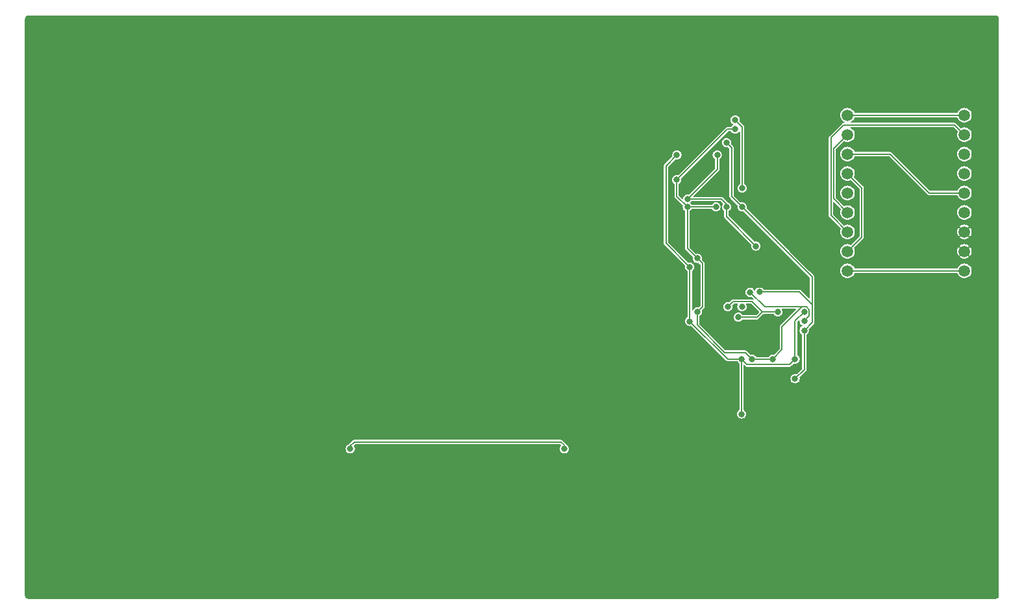
<source format=gbr>
%TF.GenerationSoftware,KiCad,Pcbnew,7.0.5*%
%TF.CreationDate,2023-07-25T13:55:41-04:00*%
%TF.ProjectId,Logic-PCB,4c6f6769-632d-4504-9342-2e6b69636164,rev?*%
%TF.SameCoordinates,Original*%
%TF.FileFunction,Copper,L2,Bot*%
%TF.FilePolarity,Positive*%
%FSLAX46Y46*%
G04 Gerber Fmt 4.6, Leading zero omitted, Abs format (unit mm)*
G04 Created by KiCad (PCBNEW 7.0.5) date 2023-07-25 13:55:41*
%MOMM*%
%LPD*%
G01*
G04 APERTURE LIST*
%TA.AperFunction,ComponentPad*%
%ADD10C,1.500000*%
%TD*%
%TA.AperFunction,ViaPad*%
%ADD11C,0.800000*%
%TD*%
%TA.AperFunction,Conductor*%
%ADD12C,0.150000*%
%TD*%
G04 APERTURE END LIST*
D10*
%TO.P,DS1,1,K_A*%
%TO.N,Net-(DS1-K_A)*%
X124010000Y-30070000D03*
%TO.P,DS1,2,K_M*%
%TO.N,Net-(DS1-K_M)*%
X124010000Y-32610000D03*
%TO.P,DS1,3,K_K*%
%TO.N,Net-(DS1-K_K)*%
X124010000Y-35150000D03*
%TO.P,DS1,4,K_H*%
%TO.N,Net-(DS1-K_G)*%
X124010000Y-37690000D03*
%TO.P,DS1,5,K_U*%
%TO.N,Net-(DS1-K_U)*%
X124010000Y-40230000D03*
%TO.P,DS1,6,K_S*%
%TO.N,Net-(DS1-K_M)*%
X124010000Y-42770000D03*
%TO.P,DS1,7,K_T*%
%TO.N,Net-(DS1-K_N)*%
X124010000Y-45310000D03*
%TO.P,DS1,8,K_G*%
%TO.N,Net-(DS1-K_G)*%
X124010000Y-47850000D03*
%TO.P,DS1,9,K_F*%
%TO.N,Net-(DS1-K_E)*%
X124010000Y-50390000D03*
%TO.P,DS1,10,K_E*%
X139250000Y-50390000D03*
%TO.P,DS1,11,COM_A*%
%TO.N,GND*%
X139250000Y-47850000D03*
%TO.P,DS1,12,K_DP*%
X139250000Y-45310000D03*
%TO.P,DS1,13,K_D*%
%TO.N,Net-(DS1-K_D)*%
X139250000Y-42770000D03*
%TO.P,DS1,14,K_R*%
%TO.N,Net-(DS1-K_K)*%
X139250000Y-40230000D03*
%TO.P,DS1,15,K_P*%
%TO.N,Net-(DS1-K_E)*%
X139250000Y-37690000D03*
%TO.P,DS1,16,K_C*%
%TO.N,Net-(DS1-K_C)*%
X139250000Y-35150000D03*
%TO.P,DS1,17,K_N*%
%TO.N,Net-(DS1-K_N)*%
X139250000Y-32610000D03*
%TO.P,DS1,18,K_B*%
%TO.N,Net-(DS1-K_A)*%
X139250000Y-30070000D03*
%TD*%
D11*
%TO.N,+3V0*%
X103160000Y-41000000D03*
X109800000Y-56450000D03*
X114930000Y-55750000D03*
X112080000Y-47160000D03*
X108230000Y-42040000D03*
X108405056Y-55071056D03*
X107030000Y-35250000D03*
%TO.N,Button B*%
X87060000Y-73640000D03*
X59180000Y-73640000D03*
%TO.N,Net-(IC10-B)*%
X110200000Y-69090000D03*
X103450000Y-56980000D03*
X118370000Y-55750000D03*
X109380000Y-30690000D03*
X110270000Y-39600000D03*
X101770000Y-35250000D03*
X110250000Y-55071056D03*
X103450000Y-49890000D03*
X110200000Y-61920000D03*
X117180000Y-61920000D03*
%TO.N,Net-(IC10-C)*%
X117180000Y-64461944D03*
X108230000Y-33640000D03*
X118370000Y-58161944D03*
X110270000Y-42040000D03*
X112530000Y-53160000D03*
%TO.N,Net-(IC11-A)*%
X101750000Y-38510000D03*
X111310000Y-53180000D03*
X104430000Y-55750000D03*
X111590000Y-61920000D03*
X104430000Y-48760000D03*
X118370000Y-56955972D03*
X106860000Y-42040000D03*
X114250000Y-61920000D03*
X109380000Y-31890000D03*
X103130000Y-42040000D03*
%TO.N,GND*%
X79140000Y-73640000D03*
X111920000Y-73880000D03*
X114250000Y-69100000D03*
X109610000Y-81470000D03*
X123810000Y-77490000D03*
X84290000Y-73640000D03*
X99720000Y-81470000D03*
X99720000Y-62890000D03*
X124675500Y-69161944D03*
X104430000Y-51340000D03*
X102090000Y-81470000D03*
X104470000Y-43910000D03*
X85610000Y-56980000D03*
X59180000Y-20230000D03*
X99720000Y-73640000D03*
X60870000Y-73640000D03*
X59180000Y-55580000D03*
X111590000Y-69090000D03*
X120728056Y-69161944D03*
%TD*%
D12*
%TO.N,+3V0*%
X109800000Y-56450000D02*
X112220000Y-56450000D01*
X108230000Y-41990000D02*
X108305000Y-41915000D01*
X109080056Y-54396056D02*
X111566056Y-54396056D01*
X108230000Y-42040000D02*
X108230000Y-43310000D01*
X107030000Y-37130000D02*
X103160000Y-41000000D01*
X108405056Y-55071056D02*
X109080056Y-54396056D01*
X111566056Y-54396056D02*
X112920000Y-55750000D01*
X108230000Y-41990000D02*
X108305000Y-42065000D01*
X108305000Y-41915000D02*
X108305000Y-41740405D01*
X108230000Y-41665405D02*
X108230000Y-42040000D01*
X108230000Y-43310000D02*
X112080000Y-47160000D01*
X112920000Y-55750000D02*
X114930000Y-55750000D01*
X107564595Y-41000000D02*
X103160000Y-41000000D01*
X107564595Y-41000000D02*
X108230000Y-41665405D01*
X112220000Y-56450000D02*
X112920000Y-55750000D01*
X107030000Y-35250000D02*
X107030000Y-37130000D01*
%TO.N,Net-(DS1-K_A)*%
X124010000Y-30070000D02*
X139250000Y-30070000D01*
%TO.N,Net-(DS1-K_N)*%
X124010000Y-45310000D02*
X121860000Y-43160000D01*
X121860000Y-43160000D02*
X121860000Y-33000000D01*
X137980000Y-31340000D02*
X139250000Y-32610000D01*
X121860000Y-33000000D02*
X123520000Y-31340000D01*
X123520000Y-31340000D02*
X137980000Y-31340000D01*
%TO.N,Net-(DS1-K_E)*%
X139250000Y-50390000D02*
X124010000Y-50390000D01*
%TO.N,Net-(DS1-K_K)*%
X134660000Y-40230000D02*
X139250000Y-40230000D01*
X124010000Y-35150000D02*
X129580000Y-35150000D01*
X129580000Y-35150000D02*
X134660000Y-40230000D01*
%TO.N,Net-(DS1-K_G)*%
X124010000Y-47850000D02*
X125880000Y-45980000D01*
X125880000Y-45980000D02*
X125880000Y-39560000D01*
X125880000Y-39560000D02*
X124010000Y-37690000D01*
%TO.N,Net-(DS1-K_M)*%
X122210000Y-34410000D02*
X124010000Y-32610000D01*
X122210000Y-40970000D02*
X122210000Y-34410000D01*
X124010000Y-42770000D02*
X122210000Y-40970000D01*
%TO.N,Button B*%
X87060000Y-73640000D02*
X87060000Y-73130000D01*
X59180000Y-73270000D02*
X59180000Y-73640000D01*
X59710000Y-72740000D02*
X59180000Y-73270000D01*
X87060000Y-73130000D02*
X86670000Y-72740000D01*
X86670000Y-72740000D02*
X59710000Y-72740000D01*
%TO.N,Net-(IC10-B)*%
X116465000Y-62635000D02*
X117180000Y-61920000D01*
X110200000Y-61920000D02*
X108390000Y-61920000D01*
X110200000Y-61920000D02*
X110200000Y-69090000D01*
X110270000Y-39600000D02*
X110270000Y-31580000D01*
X117180000Y-56940000D02*
X118370000Y-55750000D01*
X101770000Y-35250000D02*
X100340000Y-36680000D01*
X108390000Y-61920000D02*
X103450000Y-56980000D01*
X110270000Y-31580000D02*
X109380000Y-30690000D01*
X100340000Y-46780000D02*
X103450000Y-49890000D01*
X110915000Y-62635000D02*
X110200000Y-61920000D01*
X116465000Y-62635000D02*
X110915000Y-62635000D01*
X103450000Y-49890000D02*
X103450000Y-56980000D01*
X117180000Y-61920000D02*
X117180000Y-56940000D01*
X100340000Y-36680000D02*
X100340000Y-46780000D01*
%TO.N,Net-(IC10-C)*%
X108905000Y-40675000D02*
X110270000Y-42040000D01*
X108905000Y-34315000D02*
X108905000Y-40675000D01*
X118612651Y-58161944D02*
X118611944Y-58161944D01*
X118370000Y-63271944D02*
X117180000Y-64461944D01*
X118370000Y-58161944D02*
X118370000Y-63271944D01*
X117775000Y-53160000D02*
X119395000Y-54780000D01*
X119395000Y-51165000D02*
X119395000Y-54780000D01*
X110270000Y-42040000D02*
X119395000Y-51165000D01*
X119395000Y-57136944D02*
X119395000Y-54780000D01*
X112530000Y-53160000D02*
X117775000Y-53160000D01*
X118370000Y-58161944D02*
X119395000Y-57136944D01*
X108230000Y-33640000D02*
X108905000Y-34315000D01*
%TO.N,Net-(IC11-A)*%
X108370000Y-31890000D02*
X101750000Y-38510000D01*
X115490000Y-57670000D02*
X115490000Y-60680000D01*
X103130000Y-47460000D02*
X103130000Y-42040000D01*
X103140000Y-42020000D02*
X103130000Y-42010000D01*
X111590000Y-61920000D02*
X114250000Y-61920000D01*
X119045000Y-55470405D02*
X118649595Y-55075000D01*
X104430000Y-48760000D02*
X105105000Y-49435000D01*
X101750000Y-38370000D02*
X101750000Y-38510000D01*
X110680000Y-61050000D02*
X108014974Y-61050000D01*
X104430000Y-48760000D02*
X103130000Y-47460000D01*
X118370000Y-56955972D02*
X119045000Y-56280972D01*
X111590000Y-61960000D02*
X110680000Y-61050000D01*
X109380000Y-31890000D02*
X108370000Y-31890000D01*
X105105000Y-55075000D02*
X104430000Y-55750000D01*
X115490000Y-60680000D02*
X114250000Y-61920000D01*
X105105000Y-49435000D02*
X105105000Y-55075000D01*
X101750000Y-38510000D02*
X101750000Y-40660000D01*
X113205000Y-55075000D02*
X118085000Y-55075000D01*
X111310000Y-53180000D02*
X113205000Y-55075000D01*
X104430000Y-57465026D02*
X104430000Y-55750000D01*
X118649595Y-55075000D02*
X118085000Y-55075000D01*
X119045000Y-56280972D02*
X119045000Y-55470405D01*
X101750000Y-38510000D02*
X101750000Y-38190000D01*
X118085000Y-55075000D02*
X115490000Y-57670000D01*
X106860000Y-42040000D02*
X103130000Y-42040000D01*
X108014974Y-61050000D02*
X104430000Y-57465026D01*
X101750000Y-40660000D02*
X103130000Y-42040000D01*
%TD*%
%TA.AperFunction,Conductor*%
%TO.N,GND*%
G36*
X143266406Y-17018317D02*
G01*
X143312640Y-17024403D01*
X143383753Y-17033765D01*
X143402408Y-17038764D01*
X143504999Y-17081258D01*
X143521728Y-17090917D01*
X143609824Y-17158516D01*
X143623483Y-17172175D01*
X143691082Y-17260271D01*
X143700741Y-17277001D01*
X143743234Y-17379588D01*
X143748234Y-17398248D01*
X143763683Y-17515593D01*
X143764000Y-17520427D01*
X143764000Y-92715572D01*
X143763683Y-92720406D01*
X143748234Y-92837751D01*
X143743234Y-92856411D01*
X143700741Y-92958998D01*
X143691082Y-92975728D01*
X143623483Y-93063824D01*
X143609824Y-93077483D01*
X143521728Y-93145082D01*
X143504998Y-93154741D01*
X143402411Y-93197234D01*
X143383751Y-93202234D01*
X143266406Y-93217683D01*
X143261572Y-93218000D01*
X17266428Y-93218000D01*
X17261594Y-93217683D01*
X17144248Y-93202234D01*
X17125588Y-93197234D01*
X17023001Y-93154741D01*
X17006271Y-93145082D01*
X16918175Y-93077483D01*
X16904516Y-93063824D01*
X16836917Y-92975728D01*
X16827258Y-92958998D01*
X16784765Y-92856411D01*
X16779765Y-92837751D01*
X16764317Y-92720406D01*
X16764000Y-92715571D01*
X16764000Y-73640000D01*
X58574318Y-73640000D01*
X58594955Y-73796760D01*
X58594955Y-73796761D01*
X58655464Y-73942841D01*
X58751715Y-74068279D01*
X58751720Y-74068284D01*
X58835345Y-74132451D01*
X58877159Y-74164536D01*
X59023238Y-74225044D01*
X59180000Y-74245682D01*
X59336762Y-74225044D01*
X59482841Y-74164536D01*
X59608282Y-74068282D01*
X59704536Y-73942841D01*
X59765044Y-73796762D01*
X59785682Y-73640000D01*
X59765044Y-73483238D01*
X59704536Y-73337159D01*
X59656303Y-73274301D01*
X59641082Y-73226026D01*
X59660453Y-73179261D01*
X59662658Y-73176956D01*
X59802441Y-73037174D01*
X59848319Y-73015782D01*
X59854768Y-73015500D01*
X86525232Y-73015500D01*
X86572798Y-73032813D01*
X86577558Y-73037174D01*
X86640168Y-73099784D01*
X86661560Y-73145660D01*
X86648459Y-73194555D01*
X86632892Y-73210817D01*
X86631718Y-73211717D01*
X86631715Y-73211720D01*
X86535464Y-73337158D01*
X86474955Y-73483238D01*
X86474955Y-73483239D01*
X86454318Y-73640000D01*
X86474955Y-73796760D01*
X86474955Y-73796761D01*
X86535464Y-73942841D01*
X86631715Y-74068279D01*
X86631720Y-74068284D01*
X86715345Y-74132451D01*
X86757159Y-74164536D01*
X86903238Y-74225044D01*
X87060000Y-74245682D01*
X87216762Y-74225044D01*
X87362841Y-74164536D01*
X87488282Y-74068282D01*
X87584536Y-73942841D01*
X87645044Y-73796762D01*
X87665682Y-73640000D01*
X87645044Y-73483238D01*
X87584536Y-73337159D01*
X87488282Y-73211718D01*
X87488281Y-73211717D01*
X87488279Y-73211715D01*
X87358993Y-73112511D01*
X87359888Y-73111343D01*
X87331283Y-73077256D01*
X87328242Y-73066384D01*
X87319515Y-73022505D01*
X87273994Y-72954378D01*
X87273993Y-72954377D01*
X87271974Y-72951355D01*
X87271973Y-72951355D01*
X87258624Y-72931376D01*
X87258623Y-72931375D01*
X87241683Y-72920056D01*
X87230470Y-72910854D01*
X86889145Y-72569529D01*
X86879942Y-72558314D01*
X86868626Y-72541378D01*
X86868624Y-72541376D01*
X86868623Y-72541375D01*
X86848644Y-72528026D01*
X86848639Y-72528021D01*
X86819465Y-72508528D01*
X86777495Y-72480485D01*
X86777494Y-72480485D01*
X86697133Y-72464500D01*
X86697132Y-72464500D01*
X86697130Y-72464499D01*
X86670001Y-72459103D01*
X86670000Y-72459103D01*
X86650017Y-72463078D01*
X86635580Y-72464500D01*
X59744420Y-72464500D01*
X59729983Y-72463078D01*
X59710000Y-72459103D01*
X59602504Y-72480485D01*
X59536305Y-72524718D01*
X59511376Y-72541375D01*
X59511374Y-72541377D01*
X59500053Y-72558319D01*
X59490853Y-72569529D01*
X59009529Y-73050853D01*
X58998318Y-73060054D01*
X58983819Y-73069743D01*
X58971023Y-73076583D01*
X58877158Y-73115464D01*
X58751720Y-73211715D01*
X58751715Y-73211720D01*
X58655464Y-73337158D01*
X58594955Y-73483238D01*
X58594955Y-73483239D01*
X58574318Y-73640000D01*
X16764000Y-73640000D01*
X16764000Y-46780000D01*
X100059102Y-46780000D01*
X100064500Y-46807132D01*
X100064500Y-46807133D01*
X100080485Y-46887495D01*
X100134013Y-46967605D01*
X100141377Y-46978625D01*
X100158314Y-46989942D01*
X100169529Y-46999145D01*
X102843649Y-49673265D01*
X102865041Y-49719141D01*
X102864690Y-49735249D01*
X102844318Y-49889999D01*
X102864955Y-50046760D01*
X102864955Y-50046761D01*
X102925464Y-50192841D01*
X103021715Y-50318279D01*
X103021720Y-50318284D01*
X103145547Y-50413300D01*
X103172745Y-50455991D01*
X103174499Y-50472008D01*
X103174500Y-56397992D01*
X103157187Y-56445558D01*
X103145548Y-56456700D01*
X103021720Y-56551715D01*
X103021715Y-56551720D01*
X102925464Y-56677158D01*
X102864955Y-56823238D01*
X102864955Y-56823239D01*
X102844318Y-56980000D01*
X102864955Y-57136760D01*
X102864955Y-57136761D01*
X102925464Y-57282841D01*
X103021715Y-57408279D01*
X103021720Y-57408284D01*
X103089187Y-57460053D01*
X103147159Y-57504536D01*
X103293238Y-57565044D01*
X103450000Y-57585682D01*
X103604749Y-57565309D01*
X103654168Y-57576265D01*
X103666734Y-57586350D01*
X108170853Y-62090469D01*
X108180055Y-62101682D01*
X108191375Y-62118623D01*
X108191376Y-62118624D01*
X108211355Y-62131974D01*
X108211356Y-62131974D01*
X108214376Y-62133992D01*
X108214378Y-62133994D01*
X108240534Y-62151471D01*
X108282505Y-62179515D01*
X108362867Y-62195500D01*
X108362868Y-62195500D01*
X108389999Y-62200897D01*
X108390000Y-62200897D01*
X108409983Y-62196921D01*
X108424420Y-62195500D01*
X109617992Y-62195500D01*
X109665558Y-62212813D01*
X109676700Y-62224452D01*
X109771715Y-62348279D01*
X109771720Y-62348284D01*
X109895548Y-62443300D01*
X109922746Y-62485991D01*
X109924500Y-62502008D01*
X109924500Y-68507992D01*
X109907187Y-68555558D01*
X109895548Y-68566700D01*
X109771720Y-68661715D01*
X109771715Y-68661720D01*
X109675464Y-68787158D01*
X109614955Y-68933238D01*
X109614955Y-68933239D01*
X109594318Y-69090000D01*
X109614955Y-69246760D01*
X109614955Y-69246761D01*
X109675464Y-69392841D01*
X109771715Y-69518279D01*
X109771720Y-69518284D01*
X109855345Y-69582451D01*
X109897159Y-69614536D01*
X110043238Y-69675044D01*
X110200000Y-69695682D01*
X110356762Y-69675044D01*
X110502841Y-69614536D01*
X110628282Y-69518282D01*
X110724536Y-69392841D01*
X110785044Y-69246762D01*
X110805682Y-69090000D01*
X110785044Y-68933238D01*
X110724536Y-68787159D01*
X110628282Y-68661718D01*
X110628279Y-68661715D01*
X110562043Y-68610891D01*
X110504450Y-68566698D01*
X110477253Y-68524009D01*
X110475499Y-68508001D01*
X110475499Y-62763766D01*
X110492812Y-62716201D01*
X110536649Y-62690891D01*
X110586499Y-62699681D01*
X110601825Y-62711441D01*
X110695854Y-62805470D01*
X110705056Y-62816683D01*
X110716375Y-62833623D01*
X110716376Y-62833624D01*
X110736355Y-62846974D01*
X110736356Y-62846974D01*
X110739376Y-62848992D01*
X110739378Y-62848994D01*
X110765534Y-62866471D01*
X110807505Y-62894515D01*
X110887867Y-62910500D01*
X110887868Y-62910500D01*
X110914999Y-62915897D01*
X110915000Y-62915897D01*
X110934984Y-62911921D01*
X110949420Y-62910500D01*
X116430580Y-62910500D01*
X116445016Y-62911921D01*
X116465000Y-62915897D01*
X116465001Y-62915897D01*
X116469622Y-62914977D01*
X116492132Y-62910500D01*
X116492133Y-62910500D01*
X116572495Y-62894515D01*
X116614465Y-62866471D01*
X116640622Y-62848994D01*
X116640623Y-62848992D01*
X116663624Y-62833624D01*
X116674948Y-62816674D01*
X116684141Y-62805473D01*
X116963266Y-62526348D01*
X117009141Y-62504957D01*
X117025241Y-62505307D01*
X117180000Y-62525682D01*
X117336762Y-62505044D01*
X117482841Y-62444536D01*
X117608282Y-62348282D01*
X117704536Y-62222841D01*
X117765044Y-62076762D01*
X117785682Y-61920000D01*
X117765044Y-61763238D01*
X117704536Y-61617159D01*
X117608282Y-61491718D01*
X117608279Y-61491715D01*
X117484452Y-61396700D01*
X117457254Y-61354009D01*
X117455500Y-61337992D01*
X117455500Y-60535231D01*
X117455500Y-57084764D01*
X117472812Y-57037201D01*
X117477151Y-57032464D01*
X117642113Y-56867501D01*
X117687987Y-56846111D01*
X117736882Y-56859212D01*
X117765916Y-56900676D01*
X117767804Y-56929486D01*
X117765807Y-56944659D01*
X117764318Y-56955972D01*
X117765759Y-56966916D01*
X117784955Y-57112732D01*
X117784955Y-57112733D01*
X117845464Y-57258813D01*
X117941715Y-57384251D01*
X117941720Y-57384256D01*
X118025345Y-57448423D01*
X118067159Y-57480508D01*
X118085367Y-57488050D01*
X118091501Y-57490591D01*
X118128821Y-57524789D01*
X118135428Y-57574975D01*
X118108230Y-57617666D01*
X118091501Y-57627325D01*
X118067158Y-57637408D01*
X117941720Y-57733659D01*
X117941715Y-57733664D01*
X117845464Y-57859102D01*
X117784955Y-58005182D01*
X117784955Y-58005183D01*
X117764318Y-58161944D01*
X117784955Y-58318704D01*
X117784955Y-58318705D01*
X117845464Y-58464785D01*
X117941715Y-58590223D01*
X117941720Y-58590228D01*
X118065548Y-58685244D01*
X118092746Y-58727935D01*
X118094500Y-58743952D01*
X118094500Y-63127175D01*
X118077187Y-63174741D01*
X118072826Y-63179501D01*
X117396733Y-63855593D01*
X117350856Y-63876985D01*
X117334749Y-63876634D01*
X117180000Y-63856262D01*
X117023239Y-63876899D01*
X117023238Y-63876899D01*
X116877158Y-63937408D01*
X116751720Y-64033659D01*
X116751715Y-64033664D01*
X116655464Y-64159102D01*
X116594955Y-64305182D01*
X116594955Y-64305183D01*
X116574318Y-64461944D01*
X116594955Y-64618704D01*
X116594955Y-64618705D01*
X116655464Y-64764785D01*
X116751715Y-64890223D01*
X116751720Y-64890228D01*
X116835345Y-64954395D01*
X116877159Y-64986480D01*
X117023238Y-65046988D01*
X117180000Y-65067626D01*
X117336762Y-65046988D01*
X117482841Y-64986480D01*
X117608282Y-64890226D01*
X117704536Y-64764785D01*
X117765044Y-64618706D01*
X117785682Y-64461944D01*
X117765308Y-64307191D01*
X117776264Y-64257775D01*
X117786344Y-64245214D01*
X118540473Y-63491085D01*
X118551676Y-63481891D01*
X118568624Y-63470568D01*
X118629515Y-63379439D01*
X118645500Y-63299077D01*
X118645500Y-63299076D01*
X118650897Y-63271944D01*
X118646919Y-63251948D01*
X118645499Y-63237533D01*
X118645499Y-58743951D01*
X118662812Y-58696386D01*
X118674447Y-58685247D01*
X118798282Y-58590226D01*
X118894536Y-58464785D01*
X118955044Y-58318706D01*
X118975682Y-58161944D01*
X118955308Y-58007191D01*
X118966264Y-57957775D01*
X118976344Y-57945214D01*
X119565473Y-57356085D01*
X119576676Y-57346891D01*
X119593624Y-57335568D01*
X119654515Y-57244439D01*
X119670500Y-57164077D01*
X119670500Y-57164076D01*
X119675897Y-57136944D01*
X119671922Y-57116959D01*
X119670500Y-57102523D01*
X119670500Y-54814420D01*
X119671922Y-54799983D01*
X119672301Y-54798078D01*
X119675897Y-54780000D01*
X119671922Y-54760015D01*
X119670500Y-54745579D01*
X119670500Y-51199420D01*
X119671922Y-51184983D01*
X119672090Y-51184140D01*
X119675897Y-51165000D01*
X119670500Y-51137867D01*
X119654515Y-51057505D01*
X119593624Y-50966376D01*
X119576679Y-50955053D01*
X119565470Y-50945854D01*
X119009616Y-50390000D01*
X123054901Y-50390000D01*
X123073253Y-50576332D01*
X123127605Y-50755505D01*
X123215859Y-50920617D01*
X123215862Y-50920622D01*
X123215864Y-50920625D01*
X123334643Y-51065357D01*
X123479375Y-51184136D01*
X123479380Y-51184138D01*
X123479382Y-51184140D01*
X123644494Y-51272394D01*
X123644496Y-51272394D01*
X123644499Y-51272396D01*
X123823669Y-51326747D01*
X124010000Y-51345099D01*
X124196331Y-51326747D01*
X124375501Y-51272396D01*
X124540625Y-51184136D01*
X124685357Y-51065357D01*
X124804136Y-50920625D01*
X124892396Y-50755501D01*
X124903766Y-50718017D01*
X124934140Y-50677527D01*
X124974579Y-50665500D01*
X138285421Y-50665500D01*
X138332987Y-50682813D01*
X138356233Y-50718017D01*
X138367604Y-50755501D01*
X138367605Y-50755504D01*
X138455859Y-50920617D01*
X138455862Y-50920622D01*
X138455864Y-50920625D01*
X138574643Y-51065357D01*
X138719375Y-51184136D01*
X138719380Y-51184138D01*
X138719382Y-51184140D01*
X138884494Y-51272394D01*
X138884496Y-51272394D01*
X138884499Y-51272396D01*
X139063669Y-51326747D01*
X139250000Y-51345099D01*
X139436331Y-51326747D01*
X139615501Y-51272396D01*
X139780625Y-51184136D01*
X139925357Y-51065357D01*
X140044136Y-50920625D01*
X140132396Y-50755501D01*
X140186747Y-50576331D01*
X140205099Y-50390000D01*
X140186747Y-50203669D01*
X140132396Y-50024499D01*
X140132394Y-50024495D01*
X140132394Y-50024494D01*
X140044140Y-49859382D01*
X140044138Y-49859380D01*
X140044136Y-49859375D01*
X139925357Y-49714643D01*
X139780625Y-49595864D01*
X139780622Y-49595862D01*
X139780617Y-49595859D01*
X139615505Y-49507605D01*
X139436332Y-49453253D01*
X139250000Y-49434901D01*
X139063667Y-49453253D01*
X138884494Y-49507605D01*
X138719382Y-49595859D01*
X138719373Y-49595865D01*
X138574643Y-49714643D01*
X138455865Y-49859373D01*
X138455859Y-49859382D01*
X138367605Y-50024495D01*
X138367603Y-50024499D01*
X138367604Y-50024499D01*
X138356233Y-50061982D01*
X138325860Y-50102473D01*
X138285421Y-50114500D01*
X124974579Y-50114500D01*
X124927013Y-50097187D01*
X124903766Y-50061982D01*
X124892396Y-50024499D01*
X124892393Y-50024494D01*
X124804140Y-49859382D01*
X124804138Y-49859380D01*
X124804136Y-49859375D01*
X124685357Y-49714643D01*
X124540625Y-49595864D01*
X124540622Y-49595862D01*
X124540617Y-49595859D01*
X124375505Y-49507605D01*
X124196332Y-49453253D01*
X124010000Y-49434901D01*
X123823667Y-49453253D01*
X123644494Y-49507605D01*
X123479382Y-49595859D01*
X123479373Y-49595865D01*
X123334643Y-49714643D01*
X123215865Y-49859373D01*
X123215859Y-49859382D01*
X123127605Y-50024494D01*
X123073253Y-50203667D01*
X123054901Y-50390000D01*
X119009616Y-50390000D01*
X116469616Y-47850000D01*
X123054901Y-47850000D01*
X123073253Y-48036332D01*
X123127605Y-48215505D01*
X123215859Y-48380617D01*
X123215862Y-48380622D01*
X123215864Y-48380625D01*
X123334643Y-48525357D01*
X123479375Y-48644136D01*
X123479380Y-48644138D01*
X123479382Y-48644140D01*
X123644494Y-48732394D01*
X123644496Y-48732394D01*
X123644499Y-48732396D01*
X123823669Y-48786747D01*
X124010000Y-48805099D01*
X124196331Y-48786747D01*
X124375501Y-48732396D01*
X124540625Y-48644136D01*
X124685357Y-48525357D01*
X124804136Y-48380625D01*
X124892396Y-48215501D01*
X124946747Y-48036331D01*
X124965099Y-47850000D01*
X124965099Y-47849999D01*
X138295403Y-47849999D01*
X138313745Y-48036234D01*
X138368068Y-48215309D01*
X138456281Y-48380343D01*
X138456287Y-48380353D01*
X138511251Y-48447326D01*
X138832848Y-48125728D01*
X138868239Y-48180798D01*
X138971311Y-48270109D01*
X138652672Y-48588748D01*
X138719646Y-48643712D01*
X138719656Y-48643718D01*
X138884690Y-48731931D01*
X139063765Y-48786254D01*
X139250000Y-48804596D01*
X139436234Y-48786254D01*
X139615309Y-48731931D01*
X139780346Y-48643717D01*
X139847326Y-48588748D01*
X139528688Y-48270109D01*
X139631761Y-48180798D01*
X139667151Y-48125729D01*
X139988748Y-48447326D01*
X140043717Y-48380346D01*
X140131931Y-48215309D01*
X140186254Y-48036234D01*
X140204596Y-47849999D01*
X140186254Y-47663765D01*
X140131931Y-47484690D01*
X140043718Y-47319656D01*
X140043712Y-47319646D01*
X139988748Y-47252672D01*
X139667150Y-47574269D01*
X139631761Y-47519202D01*
X139528687Y-47429889D01*
X139847326Y-47111251D01*
X139780353Y-47056287D01*
X139780343Y-47056281D01*
X139615309Y-46968068D01*
X139436234Y-46913745D01*
X139250000Y-46895403D01*
X139063765Y-46913745D01*
X138884687Y-46968068D01*
X138719652Y-47056281D01*
X138652672Y-47111250D01*
X138652672Y-47111251D01*
X138971311Y-47429890D01*
X138868239Y-47519202D01*
X138832849Y-47574270D01*
X138511251Y-47252672D01*
X138511250Y-47252672D01*
X138456281Y-47319652D01*
X138368068Y-47484687D01*
X138313745Y-47663765D01*
X138295403Y-47849999D01*
X124965099Y-47849999D01*
X124946747Y-47663669D01*
X124892396Y-47484499D01*
X124873931Y-47449954D01*
X124866778Y-47399845D01*
X124886866Y-47362748D01*
X126050473Y-46199141D01*
X126061676Y-46189947D01*
X126078624Y-46178624D01*
X126139515Y-46087495D01*
X126155500Y-46007133D01*
X126155500Y-46007128D01*
X126160896Y-45980000D01*
X126156922Y-45960020D01*
X126155500Y-45945584D01*
X126155500Y-45309999D01*
X138295403Y-45309999D01*
X138313745Y-45496234D01*
X138368068Y-45675309D01*
X138456281Y-45840343D01*
X138456287Y-45840353D01*
X138511251Y-45907326D01*
X138832848Y-45585728D01*
X138868239Y-45640798D01*
X138971311Y-45730109D01*
X138652672Y-46048748D01*
X138719646Y-46103712D01*
X138719656Y-46103718D01*
X138884690Y-46191931D01*
X139063765Y-46246254D01*
X139249999Y-46264596D01*
X139436234Y-46246254D01*
X139615309Y-46191931D01*
X139780346Y-46103717D01*
X139847326Y-46048748D01*
X139528688Y-45730109D01*
X139631761Y-45640798D01*
X139667151Y-45585729D01*
X139988748Y-45907326D01*
X140043717Y-45840346D01*
X140131931Y-45675309D01*
X140186254Y-45496234D01*
X140204596Y-45309999D01*
X140186254Y-45123765D01*
X140131931Y-44944690D01*
X140043718Y-44779656D01*
X140043712Y-44779646D01*
X139988748Y-44712672D01*
X139667150Y-45034269D01*
X139631761Y-44979202D01*
X139528687Y-44889889D01*
X139847326Y-44571251D01*
X139780353Y-44516287D01*
X139780343Y-44516281D01*
X139615309Y-44428068D01*
X139436234Y-44373745D01*
X139250000Y-44355403D01*
X139063765Y-44373745D01*
X138884687Y-44428068D01*
X138719652Y-44516281D01*
X138652672Y-44571250D01*
X138652672Y-44571251D01*
X138971311Y-44889890D01*
X138868239Y-44979202D01*
X138832849Y-45034270D01*
X138511251Y-44712672D01*
X138511250Y-44712672D01*
X138456281Y-44779652D01*
X138368068Y-44944687D01*
X138313745Y-45123765D01*
X138295403Y-45309999D01*
X126155500Y-45309999D01*
X126155500Y-42769999D01*
X138294901Y-42769999D01*
X138313253Y-42956332D01*
X138367605Y-43135505D01*
X138455859Y-43300617D01*
X138455862Y-43300622D01*
X138455864Y-43300625D01*
X138574643Y-43445357D01*
X138719375Y-43564136D01*
X138719380Y-43564138D01*
X138719382Y-43564140D01*
X138884494Y-43652394D01*
X138884496Y-43652394D01*
X138884499Y-43652396D01*
X139063669Y-43706747D01*
X139250000Y-43725099D01*
X139436331Y-43706747D01*
X139615501Y-43652396D01*
X139780625Y-43564136D01*
X139925357Y-43445357D01*
X140044136Y-43300625D01*
X140132396Y-43135501D01*
X140186747Y-42956331D01*
X140205099Y-42770000D01*
X140186747Y-42583669D01*
X140132396Y-42404499D01*
X140132394Y-42404496D01*
X140132394Y-42404494D01*
X140044140Y-42239382D01*
X140044138Y-42239380D01*
X140044136Y-42239375D01*
X139925357Y-42094643D01*
X139780625Y-41975864D01*
X139780622Y-41975862D01*
X139780617Y-41975859D01*
X139615505Y-41887605D01*
X139436332Y-41833253D01*
X139250000Y-41814901D01*
X139063667Y-41833253D01*
X138884494Y-41887605D01*
X138719382Y-41975859D01*
X138719373Y-41975865D01*
X138574643Y-42094643D01*
X138455865Y-42239373D01*
X138455859Y-42239382D01*
X138367605Y-42404494D01*
X138313253Y-42583667D01*
X138294901Y-42769999D01*
X126155500Y-42769999D01*
X126155500Y-39594415D01*
X126156922Y-39579978D01*
X126160896Y-39560000D01*
X126155500Y-39532871D01*
X126155500Y-39532867D01*
X126139515Y-39452505D01*
X126078624Y-39361376D01*
X126061679Y-39350053D01*
X126050470Y-39340854D01*
X124886868Y-38177252D01*
X124865476Y-38131376D01*
X124873932Y-38090043D01*
X124892396Y-38055501D01*
X124946747Y-37876331D01*
X124965099Y-37690000D01*
X124946747Y-37503669D01*
X124892396Y-37324499D01*
X124892394Y-37324496D01*
X124892394Y-37324494D01*
X124804140Y-37159382D01*
X124804138Y-37159380D01*
X124804136Y-37159375D01*
X124685357Y-37014643D01*
X124540625Y-36895864D01*
X124540622Y-36895862D01*
X124540617Y-36895859D01*
X124375505Y-36807605D01*
X124196332Y-36753253D01*
X124010000Y-36734901D01*
X123823667Y-36753253D01*
X123644494Y-36807605D01*
X123479382Y-36895859D01*
X123479373Y-36895865D01*
X123334643Y-37014643D01*
X123215865Y-37159373D01*
X123215859Y-37159382D01*
X123127605Y-37324494D01*
X123073253Y-37503667D01*
X123054901Y-37689999D01*
X123073253Y-37876332D01*
X123127605Y-38055505D01*
X123215859Y-38220617D01*
X123215862Y-38220622D01*
X123215864Y-38220625D01*
X123334643Y-38365357D01*
X123479375Y-38484136D01*
X123479380Y-38484138D01*
X123479382Y-38484140D01*
X123644494Y-38572394D01*
X123644496Y-38572394D01*
X123644499Y-38572396D01*
X123823669Y-38626747D01*
X124010000Y-38645099D01*
X124196331Y-38626747D01*
X124375501Y-38572396D01*
X124410043Y-38553932D01*
X124460151Y-38546777D01*
X124497252Y-38566868D01*
X125582824Y-39652440D01*
X125604216Y-39698316D01*
X125604498Y-39704766D01*
X125604498Y-45835232D01*
X125587185Y-45882798D01*
X125582824Y-45887558D01*
X124497252Y-46973130D01*
X124451376Y-46994522D01*
X124410044Y-46986067D01*
X124375503Y-46967605D01*
X124375502Y-46967604D01*
X124375501Y-46967604D01*
X124274349Y-46936919D01*
X124196332Y-46913253D01*
X124010000Y-46894901D01*
X123823667Y-46913253D01*
X123644494Y-46967605D01*
X123479382Y-47055859D01*
X123479373Y-47055865D01*
X123334643Y-47174643D01*
X123215865Y-47319373D01*
X123215859Y-47319382D01*
X123127605Y-47484494D01*
X123073253Y-47663667D01*
X123054901Y-47850000D01*
X116469616Y-47850000D01*
X111779616Y-43160000D01*
X121579102Y-43160000D01*
X121584500Y-43187132D01*
X121584500Y-43187133D01*
X121600485Y-43267495D01*
X121654204Y-43347891D01*
X121661377Y-43358625D01*
X121678314Y-43369942D01*
X121689529Y-43379145D01*
X123133130Y-44822746D01*
X123154522Y-44868622D01*
X123146067Y-44909953D01*
X123127606Y-44944493D01*
X123073253Y-45123667D01*
X123054901Y-45309999D01*
X123073253Y-45496332D01*
X123127605Y-45675505D01*
X123215859Y-45840617D01*
X123215862Y-45840622D01*
X123215864Y-45840625D01*
X123334643Y-45985357D01*
X123479375Y-46104136D01*
X123479380Y-46104138D01*
X123479382Y-46104140D01*
X123644494Y-46192394D01*
X123644496Y-46192394D01*
X123644499Y-46192396D01*
X123823669Y-46246747D01*
X124010000Y-46265099D01*
X124196331Y-46246747D01*
X124375501Y-46192396D01*
X124540625Y-46104136D01*
X124685357Y-45985357D01*
X124804136Y-45840625D01*
X124892396Y-45675501D01*
X124946747Y-45496331D01*
X124965099Y-45310000D01*
X124946747Y-45123669D01*
X124892396Y-44944499D01*
X124892394Y-44944496D01*
X124892394Y-44944494D01*
X124804140Y-44779382D01*
X124804138Y-44779380D01*
X124804136Y-44779375D01*
X124685357Y-44634643D01*
X124540625Y-44515864D01*
X124540622Y-44515862D01*
X124540617Y-44515859D01*
X124375505Y-44427605D01*
X124196332Y-44373253D01*
X124010000Y-44354901D01*
X123823667Y-44373253D01*
X123685472Y-44415174D01*
X123644499Y-44427604D01*
X123644498Y-44427604D01*
X123644493Y-44427606D01*
X123609953Y-44446067D01*
X123559842Y-44453220D01*
X123522746Y-44433130D01*
X122157174Y-43067558D01*
X122135782Y-43021682D01*
X122135500Y-43015232D01*
X122135500Y-41463767D01*
X122152813Y-41416201D01*
X122196650Y-41390891D01*
X122246500Y-41399681D01*
X122261821Y-41411437D01*
X122706281Y-41855897D01*
X123133130Y-42282746D01*
X123154522Y-42328623D01*
X123146067Y-42369953D01*
X123127606Y-42404493D01*
X123073253Y-42583667D01*
X123054901Y-42769999D01*
X123073253Y-42956332D01*
X123127605Y-43135505D01*
X123215859Y-43300617D01*
X123215862Y-43300622D01*
X123215864Y-43300625D01*
X123334643Y-43445357D01*
X123479375Y-43564136D01*
X123479380Y-43564138D01*
X123479382Y-43564140D01*
X123644494Y-43652394D01*
X123644496Y-43652394D01*
X123644499Y-43652396D01*
X123823669Y-43706747D01*
X124010000Y-43725099D01*
X124196331Y-43706747D01*
X124375501Y-43652396D01*
X124540625Y-43564136D01*
X124685357Y-43445357D01*
X124804136Y-43300625D01*
X124892396Y-43135501D01*
X124946747Y-42956331D01*
X124965099Y-42770000D01*
X124946747Y-42583669D01*
X124892396Y-42404499D01*
X124892394Y-42404496D01*
X124892394Y-42404494D01*
X124804140Y-42239382D01*
X124804138Y-42239380D01*
X124804136Y-42239375D01*
X124685357Y-42094643D01*
X124540625Y-41975864D01*
X124540622Y-41975862D01*
X124540617Y-41975859D01*
X124375505Y-41887605D01*
X124196332Y-41833253D01*
X124094921Y-41823265D01*
X124010000Y-41814901D01*
X124009999Y-41814901D01*
X123823667Y-41833253D01*
X123705363Y-41869141D01*
X123644499Y-41887604D01*
X123644498Y-41887604D01*
X123644493Y-41887606D01*
X123609953Y-41906067D01*
X123559842Y-41913220D01*
X123522746Y-41893130D01*
X122507174Y-40877558D01*
X122485782Y-40831682D01*
X122485500Y-40825232D01*
X122485500Y-40230000D01*
X123054901Y-40230000D01*
X123073253Y-40416332D01*
X123127605Y-40595505D01*
X123215859Y-40760617D01*
X123215864Y-40760625D01*
X123334643Y-40905357D01*
X123479375Y-41024136D01*
X123479380Y-41024138D01*
X123479382Y-41024140D01*
X123644494Y-41112394D01*
X123644496Y-41112394D01*
X123644499Y-41112396D01*
X123823669Y-41166747D01*
X124010000Y-41185099D01*
X124196331Y-41166747D01*
X124375501Y-41112396D01*
X124540625Y-41024136D01*
X124685357Y-40905357D01*
X124804136Y-40760625D01*
X124864406Y-40647867D01*
X124892394Y-40595505D01*
X124892394Y-40595504D01*
X124892396Y-40595501D01*
X124946747Y-40416331D01*
X124965099Y-40230000D01*
X124946747Y-40043669D01*
X124892396Y-39864499D01*
X124892394Y-39864495D01*
X124892394Y-39864494D01*
X124804140Y-39699382D01*
X124804138Y-39699380D01*
X124804136Y-39699375D01*
X124685357Y-39554643D01*
X124540625Y-39435864D01*
X124540622Y-39435862D01*
X124540617Y-39435859D01*
X124375505Y-39347605D01*
X124196332Y-39293253D01*
X124010000Y-39274901D01*
X123823667Y-39293253D01*
X123644494Y-39347605D01*
X123479382Y-39435859D01*
X123479373Y-39435865D01*
X123334643Y-39554643D01*
X123215865Y-39699373D01*
X123215859Y-39699382D01*
X123127605Y-39864494D01*
X123073253Y-40043667D01*
X123054901Y-40230000D01*
X122485500Y-40230000D01*
X122485500Y-35150000D01*
X123054901Y-35150000D01*
X123073253Y-35336332D01*
X123127605Y-35515505D01*
X123215859Y-35680617D01*
X123215862Y-35680622D01*
X123215864Y-35680625D01*
X123334643Y-35825357D01*
X123479375Y-35944136D01*
X123479380Y-35944138D01*
X123479382Y-35944140D01*
X123644494Y-36032394D01*
X123644496Y-36032394D01*
X123644499Y-36032396D01*
X123823669Y-36086747D01*
X124010000Y-36105099D01*
X124196331Y-36086747D01*
X124375501Y-36032396D01*
X124540625Y-35944136D01*
X124685357Y-35825357D01*
X124804136Y-35680625D01*
X124892396Y-35515501D01*
X124903766Y-35478017D01*
X124934140Y-35437527D01*
X124974579Y-35425500D01*
X129435232Y-35425500D01*
X129482798Y-35442813D01*
X129487558Y-35447174D01*
X134440854Y-40400470D01*
X134450056Y-40411683D01*
X134461375Y-40428623D01*
X134461376Y-40428624D01*
X134484376Y-40443992D01*
X134484375Y-40443992D01*
X134484378Y-40443994D01*
X134509837Y-40461004D01*
X134509838Y-40461006D01*
X134509839Y-40461006D01*
X134552503Y-40489514D01*
X134552505Y-40489515D01*
X134632867Y-40505500D01*
X134632868Y-40505500D01*
X134659999Y-40510897D01*
X134660000Y-40510897D01*
X134679983Y-40506921D01*
X134694420Y-40505500D01*
X138285421Y-40505500D01*
X138332987Y-40522813D01*
X138356233Y-40558017D01*
X138367604Y-40595501D01*
X138367605Y-40595504D01*
X138455859Y-40760617D01*
X138455864Y-40760625D01*
X138574643Y-40905357D01*
X138719375Y-41024136D01*
X138719380Y-41024138D01*
X138719382Y-41024140D01*
X138884494Y-41112394D01*
X138884496Y-41112394D01*
X138884499Y-41112396D01*
X139063669Y-41166747D01*
X139250000Y-41185099D01*
X139436331Y-41166747D01*
X139615501Y-41112396D01*
X139780625Y-41024136D01*
X139925357Y-40905357D01*
X140044136Y-40760625D01*
X140104406Y-40647867D01*
X140132394Y-40595505D01*
X140132394Y-40595504D01*
X140132396Y-40595501D01*
X140186747Y-40416331D01*
X140205099Y-40230000D01*
X140186747Y-40043669D01*
X140132396Y-39864499D01*
X140132394Y-39864495D01*
X140132394Y-39864494D01*
X140044140Y-39699382D01*
X140044138Y-39699380D01*
X140044136Y-39699375D01*
X139925357Y-39554643D01*
X139780625Y-39435864D01*
X139780622Y-39435862D01*
X139780617Y-39435859D01*
X139615505Y-39347605D01*
X139436332Y-39293253D01*
X139250000Y-39274901D01*
X139063667Y-39293253D01*
X138884494Y-39347605D01*
X138719382Y-39435859D01*
X138719373Y-39435865D01*
X138574643Y-39554643D01*
X138455865Y-39699373D01*
X138455859Y-39699382D01*
X138367605Y-39864495D01*
X138367603Y-39864499D01*
X138367604Y-39864499D01*
X138356233Y-39901982D01*
X138325860Y-39942473D01*
X138285421Y-39954500D01*
X134804768Y-39954500D01*
X134757202Y-39937187D01*
X134752442Y-39932826D01*
X132509616Y-37690000D01*
X138294901Y-37690000D01*
X138313253Y-37876332D01*
X138367605Y-38055505D01*
X138455859Y-38220617D01*
X138455862Y-38220622D01*
X138455864Y-38220625D01*
X138574643Y-38365357D01*
X138719375Y-38484136D01*
X138719380Y-38484138D01*
X138719382Y-38484140D01*
X138884494Y-38572394D01*
X138884496Y-38572394D01*
X138884499Y-38572396D01*
X139063669Y-38626747D01*
X139250000Y-38645099D01*
X139436331Y-38626747D01*
X139615501Y-38572396D01*
X139780625Y-38484136D01*
X139925357Y-38365357D01*
X140044136Y-38220625D01*
X140132396Y-38055501D01*
X140186747Y-37876331D01*
X140205099Y-37690000D01*
X140186747Y-37503669D01*
X140132396Y-37324499D01*
X140132394Y-37324496D01*
X140132394Y-37324494D01*
X140044140Y-37159382D01*
X140044138Y-37159380D01*
X140044136Y-37159375D01*
X139925357Y-37014643D01*
X139780625Y-36895864D01*
X139780622Y-36895862D01*
X139780617Y-36895859D01*
X139615505Y-36807605D01*
X139436332Y-36753253D01*
X139250000Y-36734901D01*
X139063667Y-36753253D01*
X138884494Y-36807605D01*
X138719382Y-36895859D01*
X138719373Y-36895865D01*
X138574643Y-37014643D01*
X138455865Y-37159373D01*
X138455859Y-37159382D01*
X138367605Y-37324494D01*
X138313253Y-37503667D01*
X138294901Y-37690000D01*
X132509616Y-37690000D01*
X129969615Y-35149999D01*
X138294901Y-35149999D01*
X138313253Y-35336332D01*
X138367605Y-35515505D01*
X138455859Y-35680617D01*
X138455862Y-35680622D01*
X138455864Y-35680625D01*
X138574643Y-35825357D01*
X138719375Y-35944136D01*
X138719380Y-35944138D01*
X138719382Y-35944140D01*
X138884494Y-36032394D01*
X138884496Y-36032394D01*
X138884499Y-36032396D01*
X139063669Y-36086747D01*
X139250000Y-36105099D01*
X139436331Y-36086747D01*
X139615501Y-36032396D01*
X139780625Y-35944136D01*
X139925357Y-35825357D01*
X140044136Y-35680625D01*
X140102976Y-35570542D01*
X140132394Y-35515505D01*
X140132394Y-35515504D01*
X140132396Y-35515501D01*
X140186747Y-35336331D01*
X140205099Y-35150000D01*
X140186747Y-34963669D01*
X140132396Y-34784499D01*
X140132394Y-34784495D01*
X140132394Y-34784494D01*
X140044140Y-34619382D01*
X140044138Y-34619380D01*
X140044136Y-34619375D01*
X139925357Y-34474643D01*
X139780625Y-34355864D01*
X139780622Y-34355862D01*
X139780617Y-34355859D01*
X139615505Y-34267605D01*
X139436332Y-34213253D01*
X139250000Y-34194901D01*
X139063667Y-34213253D01*
X138884494Y-34267605D01*
X138719382Y-34355859D01*
X138719373Y-34355865D01*
X138574643Y-34474643D01*
X138455865Y-34619373D01*
X138455859Y-34619382D01*
X138367605Y-34784494D01*
X138313253Y-34963667D01*
X138294901Y-35149999D01*
X129969615Y-35149999D01*
X129799145Y-34979529D01*
X129789942Y-34968314D01*
X129778626Y-34951378D01*
X129778624Y-34951376D01*
X129772311Y-34947158D01*
X129758644Y-34938025D01*
X129758641Y-34938023D01*
X129710764Y-34906033D01*
X129687495Y-34890485D01*
X129687495Y-34890484D01*
X129607133Y-34874500D01*
X129607132Y-34874500D01*
X129607130Y-34874499D01*
X129580001Y-34869103D01*
X129580000Y-34869103D01*
X129560017Y-34873078D01*
X129545580Y-34874500D01*
X124974579Y-34874500D01*
X124927013Y-34857187D01*
X124903766Y-34821982D01*
X124892396Y-34784499D01*
X124892393Y-34784494D01*
X124804140Y-34619382D01*
X124804138Y-34619380D01*
X124804136Y-34619375D01*
X124685357Y-34474643D01*
X124540625Y-34355864D01*
X124540622Y-34355862D01*
X124540617Y-34355859D01*
X124375505Y-34267605D01*
X124196332Y-34213253D01*
X124010000Y-34194901D01*
X123823667Y-34213253D01*
X123644494Y-34267605D01*
X123479382Y-34355859D01*
X123479373Y-34355865D01*
X123334643Y-34474643D01*
X123215865Y-34619373D01*
X123215859Y-34619382D01*
X123127605Y-34784494D01*
X123073253Y-34963667D01*
X123054901Y-35150000D01*
X122485500Y-35150000D01*
X122485500Y-34554766D01*
X122502813Y-34507200D01*
X122507163Y-34502451D01*
X123522747Y-33486867D01*
X123568622Y-33465476D01*
X123609954Y-33473931D01*
X123644499Y-33492396D01*
X123823669Y-33546747D01*
X124010000Y-33565099D01*
X124196331Y-33546747D01*
X124375501Y-33492396D01*
X124540625Y-33404136D01*
X124685357Y-33285357D01*
X124804136Y-33140625D01*
X124892396Y-32975501D01*
X124946747Y-32796331D01*
X124965099Y-32610000D01*
X124946747Y-32423669D01*
X124892396Y-32244499D01*
X124892394Y-32244496D01*
X124892394Y-32244494D01*
X124804140Y-32079382D01*
X124804138Y-32079380D01*
X124804136Y-32079375D01*
X124685357Y-31934643D01*
X124540625Y-31815864D01*
X124540622Y-31815862D01*
X124540617Y-31815859D01*
X124426311Y-31754762D01*
X124392522Y-31717071D01*
X124390866Y-31666480D01*
X124422117Y-31626659D01*
X124461194Y-31615500D01*
X137835232Y-31615500D01*
X137882798Y-31632813D01*
X137887558Y-31637174D01*
X138373130Y-32122746D01*
X138394522Y-32168622D01*
X138386067Y-32209953D01*
X138367606Y-32244493D01*
X138367604Y-32244498D01*
X138367604Y-32244499D01*
X138364060Y-32256181D01*
X138313253Y-32423667D01*
X138294901Y-32610000D01*
X138313253Y-32796332D01*
X138367605Y-32975505D01*
X138455859Y-33140617D01*
X138455862Y-33140622D01*
X138455864Y-33140625D01*
X138574643Y-33285357D01*
X138719375Y-33404136D01*
X138719380Y-33404138D01*
X138719382Y-33404140D01*
X138884494Y-33492394D01*
X138884496Y-33492394D01*
X138884499Y-33492396D01*
X139063669Y-33546747D01*
X139250000Y-33565099D01*
X139436331Y-33546747D01*
X139615501Y-33492396D01*
X139780625Y-33404136D01*
X139925357Y-33285357D01*
X140044136Y-33140625D01*
X140132396Y-32975501D01*
X140186747Y-32796331D01*
X140205099Y-32610000D01*
X140186747Y-32423669D01*
X140132396Y-32244499D01*
X140132394Y-32244496D01*
X140132394Y-32244494D01*
X140044140Y-32079382D01*
X140044138Y-32079380D01*
X140044136Y-32079375D01*
X139925357Y-31934643D01*
X139780625Y-31815864D01*
X139780622Y-31815862D01*
X139780617Y-31815859D01*
X139615505Y-31727605D01*
X139436332Y-31673253D01*
X139250000Y-31654901D01*
X139063667Y-31673253D01*
X138928106Y-31714376D01*
X138884499Y-31727604D01*
X138884498Y-31727604D01*
X138884493Y-31727606D01*
X138849953Y-31746067D01*
X138799842Y-31753220D01*
X138762746Y-31733130D01*
X138199145Y-31169529D01*
X138189942Y-31158314D01*
X138178626Y-31141378D01*
X138178624Y-31141376D01*
X138155624Y-31126008D01*
X138155623Y-31126007D01*
X138155622Y-31126006D01*
X138122693Y-31104004D01*
X138122692Y-31104003D01*
X138087496Y-31080485D01*
X138087497Y-31080485D01*
X138047314Y-31072492D01*
X138007133Y-31064500D01*
X138007132Y-31064500D01*
X138007130Y-31064499D01*
X137980001Y-31059103D01*
X137980000Y-31059103D01*
X137960017Y-31063078D01*
X137945580Y-31064500D01*
X124461194Y-31064500D01*
X124413628Y-31047187D01*
X124388318Y-31003350D01*
X124397108Y-30953500D01*
X124426311Y-30925238D01*
X124487767Y-30892388D01*
X124540625Y-30864136D01*
X124685357Y-30745357D01*
X124804136Y-30600625D01*
X124892396Y-30435501D01*
X124903766Y-30398017D01*
X124934140Y-30357527D01*
X124974579Y-30345500D01*
X138285421Y-30345500D01*
X138332987Y-30362813D01*
X138356233Y-30398017D01*
X138367604Y-30435501D01*
X138367605Y-30435504D01*
X138455859Y-30600617D01*
X138455862Y-30600622D01*
X138455864Y-30600625D01*
X138574643Y-30745357D01*
X138719375Y-30864136D01*
X138719380Y-30864138D01*
X138719382Y-30864140D01*
X138884494Y-30952394D01*
X138884496Y-30952394D01*
X138884499Y-30952396D01*
X139063669Y-31006747D01*
X139250000Y-31025099D01*
X139436331Y-31006747D01*
X139615501Y-30952396D01*
X139780625Y-30864136D01*
X139925357Y-30745357D01*
X140044136Y-30600625D01*
X140132396Y-30435501D01*
X140186747Y-30256331D01*
X140205099Y-30070000D01*
X140186747Y-29883669D01*
X140132396Y-29704499D01*
X140132394Y-29704495D01*
X140132394Y-29704494D01*
X140044140Y-29539382D01*
X140044138Y-29539380D01*
X140044136Y-29539375D01*
X139925357Y-29394643D01*
X139780625Y-29275864D01*
X139780622Y-29275862D01*
X139780617Y-29275859D01*
X139615505Y-29187605D01*
X139436332Y-29133253D01*
X139250000Y-29114901D01*
X139063667Y-29133253D01*
X138884494Y-29187605D01*
X138719382Y-29275859D01*
X138719373Y-29275865D01*
X138574643Y-29394643D01*
X138455865Y-29539373D01*
X138455859Y-29539382D01*
X138367605Y-29704495D01*
X138367603Y-29704499D01*
X138367604Y-29704499D01*
X138356233Y-29741982D01*
X138325860Y-29782473D01*
X138285421Y-29794500D01*
X124974579Y-29794500D01*
X124927013Y-29777187D01*
X124903766Y-29741982D01*
X124892396Y-29704499D01*
X124804136Y-29539375D01*
X124685357Y-29394643D01*
X124540625Y-29275864D01*
X124540622Y-29275862D01*
X124540617Y-29275859D01*
X124375505Y-29187605D01*
X124196332Y-29133253D01*
X124010000Y-29114901D01*
X123823667Y-29133253D01*
X123644494Y-29187605D01*
X123479382Y-29275859D01*
X123479373Y-29275865D01*
X123334643Y-29394643D01*
X123215865Y-29539373D01*
X123215859Y-29539382D01*
X123127605Y-29704494D01*
X123073253Y-29883667D01*
X123054901Y-30070000D01*
X123073253Y-30256332D01*
X123127605Y-30435505D01*
X123215859Y-30600617D01*
X123215862Y-30600622D01*
X123215864Y-30600625D01*
X123334643Y-30745357D01*
X123479375Y-30864136D01*
X123479380Y-30864138D01*
X123479382Y-30864140D01*
X123593689Y-30925238D01*
X123627478Y-30962929D01*
X123629134Y-31013520D01*
X123597883Y-31053341D01*
X123558806Y-31064500D01*
X123554421Y-31064500D01*
X123539985Y-31063078D01*
X123520001Y-31059103D01*
X123519999Y-31059103D01*
X123412506Y-31080483D01*
X123346307Y-31124715D01*
X123346305Y-31124718D01*
X123321376Y-31141375D01*
X123321374Y-31141377D01*
X123310053Y-31158319D01*
X123300853Y-31169529D01*
X121689529Y-32780853D01*
X121678319Y-32790053D01*
X121661377Y-32801374D01*
X121661376Y-32801375D01*
X121646005Y-32824378D01*
X121628526Y-32850536D01*
X121604532Y-32886446D01*
X121595330Y-32897659D01*
X121594523Y-32898465D01*
X121596105Y-32914523D01*
X121579103Y-32999999D01*
X121579103Y-33000000D01*
X121583078Y-33019983D01*
X121584500Y-33034420D01*
X121584500Y-43125579D01*
X121583078Y-43140015D01*
X121579103Y-43159999D01*
X121579102Y-43160000D01*
X111779616Y-43160000D01*
X110876350Y-42256734D01*
X110854958Y-42210858D01*
X110855309Y-42194749D01*
X110875682Y-42040000D01*
X110855044Y-41883238D01*
X110794536Y-41737159D01*
X110762451Y-41695345D01*
X110698284Y-41611720D01*
X110698279Y-41611715D01*
X110572841Y-41515464D01*
X110426761Y-41454955D01*
X110290637Y-41437034D01*
X110270000Y-41434318D01*
X110269999Y-41434318D01*
X110115249Y-41454690D01*
X110065830Y-41443734D01*
X110053265Y-41433649D01*
X109202174Y-40582557D01*
X109180782Y-40536680D01*
X109180500Y-40530231D01*
X109180500Y-34349420D01*
X109181922Y-34334983D01*
X109185897Y-34315000D01*
X109165937Y-34214654D01*
X109165577Y-34211008D01*
X109164516Y-34207508D01*
X109164515Y-34207506D01*
X109164515Y-34207505D01*
X109103624Y-34116376D01*
X109086679Y-34105053D01*
X109075470Y-34095854D01*
X108836350Y-33856734D01*
X108814958Y-33810858D01*
X108815309Y-33794749D01*
X108835682Y-33640000D01*
X108815044Y-33483238D01*
X108754536Y-33337159D01*
X108658282Y-33211718D01*
X108658279Y-33211715D01*
X108532841Y-33115464D01*
X108386761Y-33054955D01*
X108230000Y-33034318D01*
X108073239Y-33054955D01*
X108073238Y-33054955D01*
X107927158Y-33115464D01*
X107801720Y-33211715D01*
X107801715Y-33211720D01*
X107705464Y-33337158D01*
X107644955Y-33483238D01*
X107644955Y-33483239D01*
X107624318Y-33640000D01*
X107644955Y-33796760D01*
X107644955Y-33796761D01*
X107705464Y-33942841D01*
X107801715Y-34068279D01*
X107801720Y-34068284D01*
X107844366Y-34101007D01*
X107927159Y-34164536D01*
X108073238Y-34225044D01*
X108230000Y-34245682D01*
X108384749Y-34225309D01*
X108434168Y-34236265D01*
X108446734Y-34246350D01*
X108607826Y-34407442D01*
X108629218Y-34453318D01*
X108629500Y-34459768D01*
X108629500Y-40640579D01*
X108628078Y-40655015D01*
X108624103Y-40674999D01*
X108624102Y-40675000D01*
X108629500Y-40702132D01*
X108645485Y-40782495D01*
X108658101Y-40801376D01*
X108686070Y-40843237D01*
X108686071Y-40843237D01*
X108706376Y-40873624D01*
X108706378Y-40873626D01*
X108723314Y-40884942D01*
X108734529Y-40894145D01*
X109663649Y-41823265D01*
X109685041Y-41869141D01*
X109684690Y-41885249D01*
X109664318Y-42039999D01*
X109684955Y-42196760D01*
X109684955Y-42196761D01*
X109745464Y-42342841D01*
X109841715Y-42468279D01*
X109841720Y-42468284D01*
X109925345Y-42532451D01*
X109967159Y-42564536D01*
X110113238Y-42625044D01*
X110270000Y-42645682D01*
X110424749Y-42625309D01*
X110474168Y-42636265D01*
X110486734Y-42646350D01*
X119097825Y-51257441D01*
X119119217Y-51303317D01*
X119119499Y-51309767D01*
X119119499Y-53936231D01*
X119102186Y-53983797D01*
X119058349Y-54009107D01*
X119008499Y-54000317D01*
X118993173Y-53988557D01*
X117994145Y-52989529D01*
X117984942Y-52978314D01*
X117973626Y-52961378D01*
X117973624Y-52961376D01*
X117960132Y-52952361D01*
X117953644Y-52948025D01*
X117953641Y-52948023D01*
X117902626Y-52913936D01*
X117882496Y-52900485D01*
X117882497Y-52900485D01*
X117842314Y-52892492D01*
X117802133Y-52884500D01*
X117802132Y-52884500D01*
X117802130Y-52884499D01*
X117775001Y-52879103D01*
X117775000Y-52879103D01*
X117755017Y-52883078D01*
X117740580Y-52884500D01*
X113112008Y-52884500D01*
X113064442Y-52867187D01*
X113053300Y-52855548D01*
X112958284Y-52731720D01*
X112958279Y-52731715D01*
X112832841Y-52635464D01*
X112686761Y-52574955D01*
X112530000Y-52554318D01*
X112373239Y-52574955D01*
X112373238Y-52574955D01*
X112227158Y-52635464D01*
X112101720Y-52731715D01*
X112101715Y-52731720D01*
X112005464Y-52857157D01*
X111984224Y-52908435D01*
X111950025Y-52945754D01*
X111899839Y-52952361D01*
X111857148Y-52925162D01*
X111847493Y-52908439D01*
X111834536Y-52877159D01*
X111834534Y-52877156D01*
X111738284Y-52751720D01*
X111738279Y-52751715D01*
X111612841Y-52655464D01*
X111466761Y-52594955D01*
X111310000Y-52574318D01*
X111153239Y-52594955D01*
X111153238Y-52594955D01*
X111007158Y-52655464D01*
X110881720Y-52751715D01*
X110881715Y-52751720D01*
X110785464Y-52877158D01*
X110724955Y-53023238D01*
X110724955Y-53023239D01*
X110704318Y-53180000D01*
X110724955Y-53336760D01*
X110724955Y-53336761D01*
X110785464Y-53482841D01*
X110881715Y-53608279D01*
X110881720Y-53608284D01*
X110882213Y-53608662D01*
X111007159Y-53704536D01*
X111153238Y-53765044D01*
X111310000Y-53785682D01*
X111464749Y-53765309D01*
X111514168Y-53776265D01*
X111526734Y-53786350D01*
X111757671Y-54017287D01*
X111779063Y-54063163D01*
X111765962Y-54112058D01*
X111724498Y-54141092D01*
X111677030Y-54137982D01*
X111673551Y-54136541D01*
X111673546Y-54136540D01*
X111593189Y-54120556D01*
X111593188Y-54120556D01*
X111593186Y-54120555D01*
X111566057Y-54115159D01*
X111566056Y-54115159D01*
X111546073Y-54119134D01*
X111531636Y-54120556D01*
X109114476Y-54120556D01*
X109100039Y-54119134D01*
X109080056Y-54115159D01*
X109080055Y-54115159D01*
X109052924Y-54120556D01*
X109052923Y-54120556D01*
X109036938Y-54123735D01*
X108972562Y-54136540D01*
X108972560Y-54136541D01*
X108930591Y-54164581D01*
X108930592Y-54164582D01*
X108904434Y-54182061D01*
X108881431Y-54197432D01*
X108881430Y-54197433D01*
X108870109Y-54214375D01*
X108860909Y-54225585D01*
X108621789Y-54464705D01*
X108575913Y-54486097D01*
X108559805Y-54485746D01*
X108405056Y-54465374D01*
X108248295Y-54486011D01*
X108248294Y-54486011D01*
X108102214Y-54546520D01*
X107976776Y-54642771D01*
X107976771Y-54642776D01*
X107880520Y-54768214D01*
X107820011Y-54914294D01*
X107820011Y-54914295D01*
X107799374Y-55071056D01*
X107820011Y-55227816D01*
X107820011Y-55227817D01*
X107880520Y-55373897D01*
X107976771Y-55499335D01*
X107976776Y-55499340D01*
X108027063Y-55537926D01*
X108102215Y-55595592D01*
X108248294Y-55656100D01*
X108405056Y-55676738D01*
X108561818Y-55656100D01*
X108707897Y-55595592D01*
X108833338Y-55499338D01*
X108929592Y-55373897D01*
X108990100Y-55227818D01*
X109010738Y-55071056D01*
X108990364Y-54916306D01*
X109001321Y-54866887D01*
X109011406Y-54854321D01*
X109087902Y-54777826D01*
X109172497Y-54693230D01*
X109218375Y-54671838D01*
X109224824Y-54671556D01*
X109654752Y-54671556D01*
X109702318Y-54688869D01*
X109727628Y-54732706D01*
X109723119Y-54773874D01*
X109664956Y-54914291D01*
X109664955Y-54914295D01*
X109644318Y-55071056D01*
X109664955Y-55227816D01*
X109664955Y-55227817D01*
X109725464Y-55373897D01*
X109821715Y-55499335D01*
X109821720Y-55499340D01*
X109872007Y-55537926D01*
X109947159Y-55595592D01*
X110093238Y-55656100D01*
X110250000Y-55676738D01*
X110406762Y-55656100D01*
X110552841Y-55595592D01*
X110678282Y-55499338D01*
X110774536Y-55373897D01*
X110835044Y-55227818D01*
X110855682Y-55071056D01*
X110835044Y-54914294D01*
X110819338Y-54876376D01*
X110776881Y-54773874D01*
X110774673Y-54723304D01*
X110805488Y-54683145D01*
X110845248Y-54671556D01*
X111421288Y-54671556D01*
X111468854Y-54688869D01*
X111473614Y-54693230D01*
X112478058Y-55697674D01*
X112499450Y-55743550D01*
X112486349Y-55792445D01*
X112478058Y-55802326D01*
X112127558Y-56152826D01*
X112081682Y-56174218D01*
X112075232Y-56174500D01*
X110382008Y-56174500D01*
X110334442Y-56157187D01*
X110323300Y-56145548D01*
X110228284Y-56021720D01*
X110228279Y-56021715D01*
X110102841Y-55925464D01*
X109956761Y-55864955D01*
X109800000Y-55844318D01*
X109643239Y-55864955D01*
X109643238Y-55864955D01*
X109497158Y-55925464D01*
X109371720Y-56021715D01*
X109371715Y-56021720D01*
X109275464Y-56147158D01*
X109214955Y-56293238D01*
X109214955Y-56293239D01*
X109194318Y-56450000D01*
X109214955Y-56606760D01*
X109214955Y-56606761D01*
X109275464Y-56752841D01*
X109371715Y-56878279D01*
X109371720Y-56878284D01*
X109452148Y-56939998D01*
X109497159Y-56974536D01*
X109643238Y-57035044D01*
X109800000Y-57055682D01*
X109956762Y-57035044D01*
X110102841Y-56974536D01*
X110228282Y-56878282D01*
X110323299Y-56754452D01*
X110365991Y-56727254D01*
X110382008Y-56725500D01*
X112185580Y-56725500D01*
X112200016Y-56726921D01*
X112220000Y-56730897D01*
X112220001Y-56730897D01*
X112224622Y-56729977D01*
X112247132Y-56725500D01*
X112247133Y-56725500D01*
X112327495Y-56709515D01*
X112375919Y-56677159D01*
X112395622Y-56663994D01*
X112395622Y-56663993D01*
X112403636Y-56658639D01*
X112403639Y-56658636D01*
X112418624Y-56648624D01*
X112429948Y-56631674D01*
X112439141Y-56620473D01*
X113012440Y-56047174D01*
X113058318Y-56025782D01*
X113064767Y-56025500D01*
X114347992Y-56025500D01*
X114395558Y-56042813D01*
X114406700Y-56054452D01*
X114501715Y-56178279D01*
X114501720Y-56178284D01*
X114585345Y-56242451D01*
X114627159Y-56274536D01*
X114773238Y-56335044D01*
X114930000Y-56355682D01*
X115086762Y-56335044D01*
X115232841Y-56274536D01*
X115358282Y-56178282D01*
X115454536Y-56052841D01*
X115515044Y-55906762D01*
X115535682Y-55750000D01*
X115515044Y-55593238D01*
X115510328Y-55581853D01*
X115456881Y-55452818D01*
X115454673Y-55402248D01*
X115485488Y-55362089D01*
X115525248Y-55350500D01*
X117241232Y-55350500D01*
X117288798Y-55367813D01*
X117314108Y-55411650D01*
X117305318Y-55461500D01*
X117293558Y-55476826D01*
X115319529Y-57450853D01*
X115308319Y-57460053D01*
X115291377Y-57471374D01*
X115291375Y-57471376D01*
X115230485Y-57562505D01*
X115214500Y-57642867D01*
X115209102Y-57669999D01*
X115209103Y-57670000D01*
X115213078Y-57689983D01*
X115214500Y-57704420D01*
X115214500Y-60535231D01*
X115197187Y-60582797D01*
X115192826Y-60587557D01*
X114466733Y-61313649D01*
X114420856Y-61335041D01*
X114404749Y-61334690D01*
X114250000Y-61314318D01*
X114093239Y-61334955D01*
X114093238Y-61334955D01*
X113947158Y-61395464D01*
X113821720Y-61491715D01*
X113821715Y-61491720D01*
X113726700Y-61615548D01*
X113684009Y-61642746D01*
X113667992Y-61644500D01*
X112172008Y-61644500D01*
X112124442Y-61627187D01*
X112113300Y-61615548D01*
X112018284Y-61491720D01*
X112018279Y-61491715D01*
X111892841Y-61395464D01*
X111746761Y-61334955D01*
X111590000Y-61314318D01*
X111433240Y-61334955D01*
X111433239Y-61334955D01*
X111423288Y-61339077D01*
X111372717Y-61341280D01*
X111342649Y-61323033D01*
X110899145Y-60879529D01*
X110889942Y-60868314D01*
X110878626Y-60851378D01*
X110878624Y-60851376D01*
X110858644Y-60838026D01*
X110858639Y-60838021D01*
X110829465Y-60818528D01*
X110787495Y-60790485D01*
X110772458Y-60787494D01*
X110707133Y-60774500D01*
X110707132Y-60774500D01*
X110707130Y-60774499D01*
X110680001Y-60769103D01*
X110680000Y-60769103D01*
X110660017Y-60773078D01*
X110645580Y-60774500D01*
X108159742Y-60774500D01*
X108112176Y-60757187D01*
X108107416Y-60752826D01*
X104727174Y-57372583D01*
X104705782Y-57326707D01*
X104705500Y-57320257D01*
X104705500Y-56332008D01*
X104722813Y-56284442D01*
X104734452Y-56273300D01*
X104858279Y-56178284D01*
X104858282Y-56178282D01*
X104954536Y-56052841D01*
X105015044Y-55906762D01*
X105035682Y-55750000D01*
X105015308Y-55595247D01*
X105026264Y-55545831D01*
X105036344Y-55533270D01*
X105275473Y-55294141D01*
X105286676Y-55284947D01*
X105303624Y-55273624D01*
X105364515Y-55182495D01*
X105380500Y-55102133D01*
X105380500Y-55102132D01*
X105385897Y-55075000D01*
X105385112Y-55071055D01*
X105381922Y-55055015D01*
X105380500Y-55040579D01*
X105380500Y-49469420D01*
X105381922Y-49454983D01*
X105385897Y-49435000D01*
X105372109Y-49365682D01*
X105364515Y-49327505D01*
X105303624Y-49236376D01*
X105286679Y-49225053D01*
X105275470Y-49215854D01*
X105036350Y-48976734D01*
X105014958Y-48930858D01*
X105015309Y-48914749D01*
X105035682Y-48760000D01*
X105015044Y-48603238D01*
X104954536Y-48457159D01*
X104922451Y-48415345D01*
X104858284Y-48331720D01*
X104858279Y-48331715D01*
X104732841Y-48235464D01*
X104586761Y-48174955D01*
X104450637Y-48157034D01*
X104430000Y-48154318D01*
X104429999Y-48154318D01*
X104275249Y-48174690D01*
X104225830Y-48163734D01*
X104213265Y-48153649D01*
X103427174Y-47367558D01*
X103405782Y-47321682D01*
X103405500Y-47315232D01*
X103405500Y-42622008D01*
X103422813Y-42574442D01*
X103434452Y-42563300D01*
X103558279Y-42468284D01*
X103558282Y-42468282D01*
X103653299Y-42344452D01*
X103695991Y-42317254D01*
X103712008Y-42315500D01*
X106277992Y-42315500D01*
X106325558Y-42332813D01*
X106336700Y-42344452D01*
X106431715Y-42468279D01*
X106431720Y-42468284D01*
X106515345Y-42532451D01*
X106557159Y-42564536D01*
X106703238Y-42625044D01*
X106860000Y-42645682D01*
X107016762Y-42625044D01*
X107162841Y-42564536D01*
X107288282Y-42468282D01*
X107384536Y-42342841D01*
X107445044Y-42196762D01*
X107465682Y-42040000D01*
X107445044Y-41883238D01*
X107384536Y-41737159D01*
X107352451Y-41695345D01*
X107288284Y-41611720D01*
X107288279Y-41611715D01*
X107162841Y-41515464D01*
X107016761Y-41454955D01*
X106860000Y-41434318D01*
X106703239Y-41454955D01*
X106703238Y-41454955D01*
X106557158Y-41515464D01*
X106431720Y-41611715D01*
X106431715Y-41611720D01*
X106336700Y-41735548D01*
X106294009Y-41762746D01*
X106277992Y-41764500D01*
X103712008Y-41764500D01*
X103664442Y-41747187D01*
X103653300Y-41735548D01*
X103558286Y-41611722D01*
X103558281Y-41611717D01*
X103550133Y-41605465D01*
X103530261Y-41590216D01*
X103503064Y-41547527D01*
X103509671Y-41497341D01*
X103530259Y-41472804D01*
X103588282Y-41428282D01*
X103683299Y-41304452D01*
X103725991Y-41277254D01*
X103742008Y-41275500D01*
X107419827Y-41275500D01*
X107467393Y-41292813D01*
X107472153Y-41297174D01*
X107749307Y-41574328D01*
X107770699Y-41620204D01*
X107757598Y-41669099D01*
X107755690Y-41671701D01*
X107705464Y-41737158D01*
X107644955Y-41883238D01*
X107644955Y-41883239D01*
X107624318Y-42040000D01*
X107644955Y-42196760D01*
X107644955Y-42196761D01*
X107705464Y-42342841D01*
X107801715Y-42468279D01*
X107801720Y-42468284D01*
X107925547Y-42563300D01*
X107952745Y-42605991D01*
X107954499Y-42622008D01*
X107954499Y-43275578D01*
X107953078Y-43290011D01*
X107949103Y-43310000D01*
X107949103Y-43310001D01*
X107956638Y-43347891D01*
X107956641Y-43347898D01*
X107970484Y-43417495D01*
X107971836Y-43419517D01*
X108012276Y-43480040D01*
X108031375Y-43508623D01*
X108031378Y-43508626D01*
X108048314Y-43519942D01*
X108059529Y-43529145D01*
X111473649Y-46943265D01*
X111495041Y-46989141D01*
X111494690Y-47005249D01*
X111474318Y-47159999D01*
X111494955Y-47316760D01*
X111494955Y-47316761D01*
X111555464Y-47462841D01*
X111651715Y-47588279D01*
X111651720Y-47588284D01*
X111710371Y-47633288D01*
X111777159Y-47684536D01*
X111923238Y-47745044D01*
X112080000Y-47765682D01*
X112236762Y-47745044D01*
X112382841Y-47684536D01*
X112508282Y-47588282D01*
X112604536Y-47462841D01*
X112665044Y-47316762D01*
X112685682Y-47160000D01*
X112665044Y-47003238D01*
X112604536Y-46857159D01*
X112529995Y-46760015D01*
X112508284Y-46731720D01*
X112508279Y-46731715D01*
X112382841Y-46635464D01*
X112236761Y-46574955D01*
X112100636Y-46557034D01*
X112080000Y-46554318D01*
X112079999Y-46554318D01*
X111925249Y-46574690D01*
X111875830Y-46563734D01*
X111863265Y-46553649D01*
X108527173Y-43217557D01*
X108505781Y-43171681D01*
X108505499Y-43165252D01*
X108505499Y-42622007D01*
X108522812Y-42574442D01*
X108534447Y-42563303D01*
X108658282Y-42468282D01*
X108754536Y-42342841D01*
X108815044Y-42196762D01*
X108835682Y-42040000D01*
X108815044Y-41883238D01*
X108754536Y-41737159D01*
X108722451Y-41695345D01*
X108658284Y-41611720D01*
X108658279Y-41611715D01*
X108532841Y-41515464D01*
X108451635Y-41481827D01*
X108434834Y-41470601D01*
X108434682Y-41470830D01*
X108428625Y-41466782D01*
X108428624Y-41466781D01*
X108411679Y-41455458D01*
X108400470Y-41446259D01*
X107783740Y-40829529D01*
X107774537Y-40818314D01*
X107763221Y-40801378D01*
X107763219Y-40801376D01*
X107743239Y-40788025D01*
X107743236Y-40788023D01*
X107733904Y-40781788D01*
X107702231Y-40760625D01*
X107687160Y-40750555D01*
X107672091Y-40740485D01*
X107672092Y-40740485D01*
X107631908Y-40732492D01*
X107591728Y-40724500D01*
X107591727Y-40724500D01*
X107591725Y-40724499D01*
X107564596Y-40719103D01*
X107564595Y-40719103D01*
X107544612Y-40723078D01*
X107530175Y-40724500D01*
X104003768Y-40724500D01*
X103956202Y-40707187D01*
X103930892Y-40663350D01*
X103939682Y-40613500D01*
X103951442Y-40598174D01*
X104685122Y-39864494D01*
X107200473Y-37349141D01*
X107211676Y-37339947D01*
X107228624Y-37328624D01*
X107289515Y-37237495D01*
X107305500Y-37157133D01*
X107305500Y-37157128D01*
X107310896Y-37130000D01*
X107306922Y-37110020D01*
X107305500Y-37095584D01*
X107305500Y-35832008D01*
X107322813Y-35784442D01*
X107334452Y-35773300D01*
X107455227Y-35680626D01*
X107458282Y-35678282D01*
X107554536Y-35552841D01*
X107615044Y-35406762D01*
X107635682Y-35250000D01*
X107615044Y-35093238D01*
X107554536Y-34947159D01*
X107494642Y-34869103D01*
X107458284Y-34821720D01*
X107458279Y-34821715D01*
X107332841Y-34725464D01*
X107186761Y-34664955D01*
X107030000Y-34644318D01*
X106873239Y-34664955D01*
X106873238Y-34664955D01*
X106727158Y-34725464D01*
X106601720Y-34821715D01*
X106601715Y-34821720D01*
X106505464Y-34947158D01*
X106444955Y-35093238D01*
X106444955Y-35093239D01*
X106424318Y-35250000D01*
X106444955Y-35406760D01*
X106444955Y-35406761D01*
X106505464Y-35552841D01*
X106601715Y-35678279D01*
X106601720Y-35678284D01*
X106725548Y-35773300D01*
X106752746Y-35815991D01*
X106754500Y-35832008D01*
X106754500Y-36985231D01*
X106737187Y-37032797D01*
X106732826Y-37037557D01*
X103376733Y-40393649D01*
X103330857Y-40415041D01*
X103314749Y-40414690D01*
X103160000Y-40394318D01*
X103003239Y-40414955D01*
X103003238Y-40414955D01*
X102857158Y-40475464D01*
X102731720Y-40571715D01*
X102731715Y-40571720D01*
X102635464Y-40697158D01*
X102574955Y-40843238D01*
X102565213Y-40917238D01*
X102541839Y-40962137D01*
X102495073Y-40981508D01*
X102446797Y-40966286D01*
X102439520Y-40959904D01*
X102047174Y-40567557D01*
X102025782Y-40521680D01*
X102025500Y-40515231D01*
X102025500Y-39092008D01*
X102042813Y-39044442D01*
X102054452Y-39033300D01*
X102178279Y-38938284D01*
X102178282Y-38938282D01*
X102274536Y-38812841D01*
X102335044Y-38666762D01*
X102355682Y-38510000D01*
X102335308Y-38355247D01*
X102346264Y-38305831D01*
X102356344Y-38293270D01*
X108462441Y-32187174D01*
X108508318Y-32165782D01*
X108514768Y-32165500D01*
X108797992Y-32165500D01*
X108845558Y-32182813D01*
X108856700Y-32194452D01*
X108951715Y-32318279D01*
X108951720Y-32318284D01*
X108994852Y-32351380D01*
X109077159Y-32414536D01*
X109223238Y-32475044D01*
X109380000Y-32495682D01*
X109536762Y-32475044D01*
X109682841Y-32414536D01*
X109808282Y-32318282D01*
X109861793Y-32248544D01*
X109904483Y-32221348D01*
X109954669Y-32227955D01*
X109988867Y-32265275D01*
X109994500Y-32293594D01*
X109994500Y-39017992D01*
X109977187Y-39065558D01*
X109965548Y-39076700D01*
X109841720Y-39171715D01*
X109841715Y-39171720D01*
X109745464Y-39297158D01*
X109684955Y-39443238D01*
X109684955Y-39443239D01*
X109664318Y-39600000D01*
X109684955Y-39756760D01*
X109684955Y-39756761D01*
X109745464Y-39902841D01*
X109841715Y-40028279D01*
X109841720Y-40028284D01*
X109925345Y-40092451D01*
X109967159Y-40124536D01*
X110113238Y-40185044D01*
X110270000Y-40205682D01*
X110426762Y-40185044D01*
X110572841Y-40124536D01*
X110698282Y-40028282D01*
X110794536Y-39902841D01*
X110855044Y-39756762D01*
X110875682Y-39600000D01*
X110855044Y-39443238D01*
X110794536Y-39297159D01*
X110698282Y-39171718D01*
X110698279Y-39171715D01*
X110574452Y-39076700D01*
X110547254Y-39034009D01*
X110545500Y-39017992D01*
X110545500Y-31614420D01*
X110546922Y-31599983D01*
X110550897Y-31580000D01*
X110550897Y-31579998D01*
X110542667Y-31538624D01*
X110529515Y-31472505D01*
X110468624Y-31381376D01*
X110451679Y-31370053D01*
X110440470Y-31360854D01*
X109986350Y-30906734D01*
X109964958Y-30860858D01*
X109965309Y-30844749D01*
X109985682Y-30690000D01*
X109965044Y-30533238D01*
X109904536Y-30387159D01*
X109808282Y-30261718D01*
X109808279Y-30261715D01*
X109682841Y-30165464D01*
X109536761Y-30104955D01*
X109380000Y-30084318D01*
X109223239Y-30104955D01*
X109223238Y-30104955D01*
X109077158Y-30165464D01*
X108951720Y-30261715D01*
X108951715Y-30261720D01*
X108855464Y-30387158D01*
X108794955Y-30533238D01*
X108794955Y-30533239D01*
X108774318Y-30690000D01*
X108794955Y-30846760D01*
X108794955Y-30846761D01*
X108855464Y-30992841D01*
X108951715Y-31118279D01*
X108951720Y-31118284D01*
X109035345Y-31182451D01*
X109077159Y-31214536D01*
X109088918Y-31219406D01*
X109094292Y-31221633D01*
X109131612Y-31255831D01*
X109138219Y-31306017D01*
X109111021Y-31348708D01*
X109094292Y-31358367D01*
X109077158Y-31365464D01*
X108951720Y-31461715D01*
X108951715Y-31461720D01*
X108856700Y-31585548D01*
X108814009Y-31612746D01*
X108797992Y-31614500D01*
X108404420Y-31614500D01*
X108389984Y-31613078D01*
X108370000Y-31609103D01*
X108369999Y-31609103D01*
X108342868Y-31614500D01*
X108342867Y-31614500D01*
X108316079Y-31619828D01*
X108262503Y-31630485D01*
X108242373Y-31643937D01*
X108196305Y-31674718D01*
X108171376Y-31691375D01*
X108171374Y-31691377D01*
X108160053Y-31708319D01*
X108150853Y-31719529D01*
X101966733Y-37903649D01*
X101920857Y-37925041D01*
X101904749Y-37924690D01*
X101750000Y-37904318D01*
X101593239Y-37924955D01*
X101593238Y-37924955D01*
X101447158Y-37985464D01*
X101321720Y-38081715D01*
X101321715Y-38081720D01*
X101225464Y-38207158D01*
X101164955Y-38353238D01*
X101164955Y-38353239D01*
X101144318Y-38510000D01*
X101164955Y-38666760D01*
X101164955Y-38666761D01*
X101225464Y-38812841D01*
X101321715Y-38938279D01*
X101321720Y-38938284D01*
X101445548Y-39033300D01*
X101472746Y-39075991D01*
X101474500Y-39092008D01*
X101474500Y-40625579D01*
X101473078Y-40640015D01*
X101469103Y-40659999D01*
X101469102Y-40660000D01*
X101474500Y-40687132D01*
X101474500Y-40687133D01*
X101490485Y-40767495D01*
X101541095Y-40843238D01*
X101551377Y-40858625D01*
X101568314Y-40869942D01*
X101579529Y-40879145D01*
X102523649Y-41823265D01*
X102545041Y-41869141D01*
X102544690Y-41885249D01*
X102524318Y-42039999D01*
X102544955Y-42196760D01*
X102544955Y-42196761D01*
X102605464Y-42342841D01*
X102701715Y-42468279D01*
X102701720Y-42468284D01*
X102825548Y-42563300D01*
X102852746Y-42605991D01*
X102854500Y-42622008D01*
X102854500Y-47425579D01*
X102853078Y-47440015D01*
X102849103Y-47459999D01*
X102849102Y-47460000D01*
X102853975Y-47484494D01*
X102854500Y-47487132D01*
X102854500Y-47487133D01*
X102870485Y-47567495D01*
X102884373Y-47588279D01*
X102884374Y-47588280D01*
X102884375Y-47588282D01*
X102914446Y-47633288D01*
X102931375Y-47658623D01*
X102931378Y-47658626D01*
X102948314Y-47669942D01*
X102959529Y-47679145D01*
X103823649Y-48543265D01*
X103845041Y-48589141D01*
X103844690Y-48605249D01*
X103824318Y-48759999D01*
X103844955Y-48916760D01*
X103844955Y-48916761D01*
X103905464Y-49062841D01*
X104001715Y-49188279D01*
X104001720Y-49188284D01*
X104044366Y-49221007D01*
X104127159Y-49284536D01*
X104273238Y-49345044D01*
X104430000Y-49365682D01*
X104584749Y-49345309D01*
X104634168Y-49356265D01*
X104646734Y-49366350D01*
X104807826Y-49527441D01*
X104829218Y-49573317D01*
X104829500Y-49579767D01*
X104829500Y-54930231D01*
X104812187Y-54977797D01*
X104807826Y-54982557D01*
X104646733Y-55143649D01*
X104600856Y-55165041D01*
X104584749Y-55164690D01*
X104430000Y-55144318D01*
X104273239Y-55164955D01*
X104273238Y-55164955D01*
X104127158Y-55225464D01*
X104001720Y-55321715D01*
X104001715Y-55321720D01*
X103905464Y-55447158D01*
X103867867Y-55537926D01*
X103833669Y-55575246D01*
X103783483Y-55581853D01*
X103740792Y-55554655D01*
X103725500Y-55509607D01*
X103725500Y-50472008D01*
X103742813Y-50424442D01*
X103754452Y-50413300D01*
X103878279Y-50318284D01*
X103878282Y-50318282D01*
X103974536Y-50192841D01*
X104035044Y-50046762D01*
X104055682Y-49890000D01*
X104035044Y-49733238D01*
X103974536Y-49587159D01*
X103913492Y-49507605D01*
X103878284Y-49461720D01*
X103878279Y-49461715D01*
X103752841Y-49365464D01*
X103606761Y-49304955D01*
X103470637Y-49287034D01*
X103450000Y-49284318D01*
X103449999Y-49284318D01*
X103295249Y-49304690D01*
X103245830Y-49293734D01*
X103233265Y-49283649D01*
X100637174Y-46687558D01*
X100615782Y-46641682D01*
X100615500Y-46635232D01*
X100615500Y-36824767D01*
X100632813Y-36777201D01*
X100637163Y-36772452D01*
X101553266Y-35856348D01*
X101599141Y-35834957D01*
X101615241Y-35835307D01*
X101770000Y-35855682D01*
X101926762Y-35835044D01*
X102072841Y-35774536D01*
X102198282Y-35678282D01*
X102294536Y-35552841D01*
X102355044Y-35406762D01*
X102375682Y-35250000D01*
X102355044Y-35093238D01*
X102294536Y-34947159D01*
X102234642Y-34869103D01*
X102198284Y-34821720D01*
X102198279Y-34821715D01*
X102072841Y-34725464D01*
X101926761Y-34664955D01*
X101770000Y-34644318D01*
X101613239Y-34664955D01*
X101613238Y-34664955D01*
X101467158Y-34725464D01*
X101341720Y-34821715D01*
X101341715Y-34821720D01*
X101245464Y-34947158D01*
X101184955Y-35093238D01*
X101184955Y-35093239D01*
X101164318Y-35250000D01*
X101184690Y-35404749D01*
X101173734Y-35454168D01*
X101163649Y-35466733D01*
X100169529Y-36460853D01*
X100158319Y-36470053D01*
X100141377Y-36481374D01*
X100141374Y-36481377D01*
X100084533Y-36566445D01*
X100075332Y-36577657D01*
X100074523Y-36578465D01*
X100076105Y-36594523D01*
X100059103Y-36679999D01*
X100059103Y-36680000D01*
X100063078Y-36699983D01*
X100064500Y-36714420D01*
X100064500Y-46745579D01*
X100063078Y-46760015D01*
X100059103Y-46779999D01*
X100059102Y-46780000D01*
X16764000Y-46780000D01*
X16764000Y-17520428D01*
X16764317Y-17515593D01*
X16767157Y-17494014D01*
X16779766Y-17398244D01*
X16784763Y-17379593D01*
X16827260Y-17276996D01*
X16836914Y-17260274D01*
X16904520Y-17172170D01*
X16918170Y-17158520D01*
X17006274Y-17090914D01*
X17022996Y-17081260D01*
X17125593Y-17038763D01*
X17144244Y-17033766D01*
X17223386Y-17023346D01*
X17261594Y-17018317D01*
X17266429Y-17018000D01*
X143261571Y-17018000D01*
X143266406Y-17018317D01*
G37*
%TD.AperFunction*%
%TD*%
M02*

</source>
